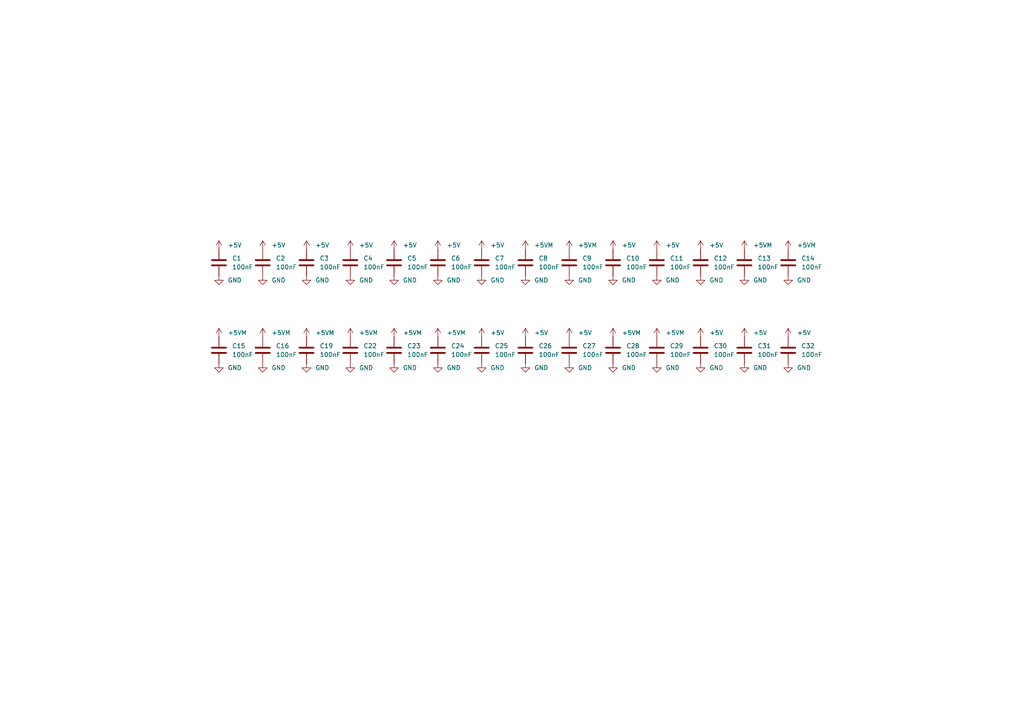
<source format=kicad_sch>
(kicad_sch (version 20250114) (generator "eeschema") (generator_version "9.0")
  (paper "A4")
  (title_block (title "TPU"))
  (lib_symbols
    (symbol "Georg:C_5.08mm" (pin_numbers (hide yes)) (pin_names (offset 0.254))
      (property "Reference" "C" (at 0.635 2.54 0))
      (symbol "C_5.08mm_0_1"
        (polyline (pts (xy -2.032 0.762) (xy 2.032 0.762)) (stroke (width 0.508)))
        (polyline (pts (xy -2.032 -0.762) (xy 2.032 -0.762)) (stroke (width 0.508)))
      )
      (symbol "C_5.08mm_1_1"
        (pin passive line (at 0 3.81 270) (length 2.794) (name "~") (number "1"))
        (pin passive line (at 0 -3.81 90) (length 2.794) (name "~") (number "2"))
      )
    )
    (symbol "power:+5V" (power) (pin_numbers (hide yes)) (pin_names (offset 0) (hide yes))
      (property "Value" "+5V" (at 0 3.556 0))
      (symbol "+5V_0_1"
        (polyline (pts (xy -0.762 1.27) (xy 0 2.54)))
        (polyline (pts (xy 0 2.54) (xy 0.762 1.27)))
        (polyline (pts (xy 0 0) (xy 0 2.54)))
      )
      (symbol "+5V_1_1"
        (pin power_in line (at 0 0 90) (length 0) (name "~") (number "1"))
      )
    )
    (symbol "power:+5VA" (power) (pin_numbers (hide yes)) (pin_names (offset 0) (hide yes))
      (property "Value" "+5VA" (at 0 3.556 0))
      (symbol "+5VA_0_1"
        (polyline (pts (xy -0.762 1.27) (xy 0 2.54)))
        (polyline (pts (xy 0 2.54) (xy 0.762 1.27)))
        (polyline (pts (xy 0 0) (xy 0 2.54)))
      )
      (symbol "+5VA_1_1"
        (pin power_in line (at 0 0 90) (length 0) (name "~") (number "1"))
      )
    )
    (symbol "power:GND" (power) (pin_numbers (hide yes)) (pin_names (offset 0) (hide yes))
      (property "Value" "GND" (at 0 -3.81 0))
      (symbol "GND_0_1"
        (polyline (pts (xy 0 0) (xy 0 -1.27) (xy 1.27 -1.27) (xy 0 -2.54) (xy -1.27 -1.27) (xy 0 -1.27)))
      )
      (symbol "GND_1_1"
        (pin power_in line (at 0 0 270) (length 0) (name "~") (number "1"))
      )
    )
  )
  (wire (pts (xy -17.78 140.97) (xy -15.24 140.97)))
  (wire (pts (xy -17.78 146.05) (xy -15.24 146.05)))
  (wire (pts (xy -15.24 140.97) (xy -15.24 138.43)))
  (global_label "+5V" (shape input) (at -17.78 140.97 180) (property "Intersheetrefs" "${INTERSHEET_REFS}" (effects (hide yes))))
  (global_label "DM" (shape input) (at -17.78 146.05 180) (property "Intersheetrefs" "${INTERSHEET_REFS}" (effects (hide yes))))
  (symbol (lib_id "power:+5V") (at -15.24 138.43 0) (unit 1)
    (property "Reference" "#PWR0178" (effects (hide yes)))
    (property "Value" "+5V" (at -12.7 137.1599 0) (effects (justify left)))
    (property "Description" "Power symbol creates a global label with name \"+5V\"" (effects (hide yes)))
  )
  (symbol (lib_id "power:+5VA") (at 88.9 97.79 0) (unit 1)
    (property "Reference" "#PWR055" (effects (hide yes)))
    (property "Value" "+5VM" (at 91.44 96.5199 0) (effects (justify left)))
    (property "Description" "Power symbol creates a global label with name \"+5VA\"" (effects (hide yes)))
  )
  (symbol (lib_id "power:GND") (at 228.6 105.41 0) (unit 1)
    (property "Reference" "#PWR0123" (effects (hide yes)))
    (property "Value" "GND" (at 231.14 106.6799 0) (effects (justify left)))
    (property "Description" "Power symbol creates a global label with name \"GND\" , ground" (effects (hide yes)))
  )
  (symbol (lib_id "Georg:C_5.08mm") (at 165.1 76.2 0) (unit 1)
    (property "Reference" "C9" (at 168.91 74.9299 0) (effects (justify left)))
    (property "Value" "100nF" (at 168.91 77.4699 0) (effects (justify left)))
    (property "Footprint" "Georg:C_5.08mm" (effects (hide yes)))
    (property "Description" "Unpolarized capacitor, small symbol" (effects (hide yes)))
  )
  (symbol (lib_id "power:GND") (at 165.1 80.01 0) (unit 1)
    (property "Reference" "#PWR035" (effects (hide yes)))
    (property "Value" "GND" (at 167.64 81.2799 0) (effects (justify left)))
    (property "Description" "Power symbol creates a global label with name \"GND\" , ground" (effects (hide yes)))
  )
  (symbol (lib_id "power:+5VA") (at 63.5 97.79 0) (unit 1)
    (property "Reference" "#PWR051" (effects (hide yes)))
    (property "Value" "+5VM" (at 66.04 96.5199 0) (effects (justify left)))
    (property "Description" "Power symbol creates a global label with name \"+5VA\"" (effects (hide yes)))
  )
  (symbol (lib_id "Georg:C_5.08mm") (at 88.9 76.2 0) (unit 1)
    (property "Reference" "C3" (at 92.71 74.9299 0) (effects (justify left)))
    (property "Value" "100nF" (at 92.71 77.4699 0) (effects (justify left)))
    (property "Footprint" "Georg:C_5.08mm" (effects (hide yes)))
    (property "Description" "Unpolarized capacitor, small symbol" (effects (hide yes)))
  )
  (symbol (lib_id "Georg:C_5.08mm") (at 63.5 76.2 0) (unit 1)
    (property "Reference" "C1" (at 67.31 74.9299 0) (effects (justify left)))
    (property "Value" "100nF" (at 67.31 77.4699 0) (effects (justify left)))
    (property "Footprint" "Georg:C_5.08mm" (effects (hide yes)))
    (property "Description" "Unpolarized capacitor, small symbol" (effects (hide yes)))
  )
  (symbol (lib_id "Georg:C_5.08mm") (at 127 76.2 0) (unit 1)
    (property "Reference" "C6" (at 130.81 74.9299 0) (effects (justify left)))
    (property "Value" "100nF" (at 130.81 77.4699 0) (effects (justify left)))
    (property "Footprint" "Georg:C_5.08mm" (effects (hide yes)))
    (property "Description" "Unpolarized capacitor, small symbol" (effects (hide yes)))
  )
  (symbol (lib_id "Georg:C_5.08mm") (at 203.2 76.2 0) (unit 1)
    (property "Reference" "C12" (at 207.01 74.9299 0) (effects (justify left)))
    (property "Value" "100nF" (at 207.01 77.4699 0) (effects (justify left)))
    (property "Footprint" "Georg:C_5.08mm" (effects (hide yes)))
    (property "Description" "Unpolarized capacitor, small symbol" (effects (hide yes)))
  )
  (symbol (lib_id "power:GND") (at 88.9 80.01 0) (unit 1)
    (property "Reference" "#PWR024" (effects (hide yes)))
    (property "Value" "GND" (at 91.44 81.2799 0) (effects (justify left)))
    (property "Description" "Power symbol creates a global label with name \"GND\" , ground" (effects (hide yes)))
  )
  (symbol (lib_id "power:GND") (at 76.2 80.01 0) (unit 1)
    (property "Reference" "#PWR023" (effects (hide yes)))
    (property "Value" "GND" (at 78.74 81.2799 0) (effects (justify left)))
    (property "Description" "Power symbol creates a global label with name \"GND\" , ground" (effects (hide yes)))
  )
  (symbol (lib_id "power:GND") (at 63.5 80.01 0) (unit 1)
    (property "Reference" "#PWR021" (effects (hide yes)))
    (property "Value" "GND" (at 66.04 81.2799 0) (effects (justify left)))
    (property "Description" "Power symbol creates a global label with name \"GND\" , ground" (effects (hide yes)))
  )
  (symbol (lib_id "power:+5VA") (at 165.1 72.39 0) (unit 1)
    (property "Reference" "#PWR014" (effects (hide yes)))
    (property "Value" "+5VM" (at 167.64 71.1199 0) (effects (justify left)))
    (property "Description" "Power symbol creates a global label with name \"+5VA\"" (effects (hide yes)))
  )
  (symbol (lib_id "power:+5V") (at 203.2 72.39 0) (unit 1)
    (property "Reference" "#PWR017" (effects (hide yes)))
    (property "Value" "+5V" (at 205.74 71.1199 0) (effects (justify left)))
    (property "Description" "Power symbol creates a global label with name \"+5V\"" (effects (hide yes)))
  )
  (symbol (lib_id "Georg:C_5.08mm") (at 190.5 101.6 0) (unit 1)
    (property "Reference" "C29" (at 194.31 100.3299 0) (effects (justify left)))
    (property "Value" "100nF" (at 194.31 102.8699 0) (effects (justify left)))
    (property "Footprint" "Georg:C_5.08mm" (effects (hide yes)))
    (property "Description" "Unpolarized capacitor, small symbol" (effects (hide yes)))
  )
  (symbol (lib_id "Georg:C_5.08mm") (at 215.9 76.2 0) (unit 1)
    (property "Reference" "C13" (at 219.71 74.9299 0) (effects (justify left)))
    (property "Value" "100nF" (at 219.71 77.4699 0) (effects (justify left)))
    (property "Footprint" "Georg:C_5.08mm" (effects (hide yes)))
    (property "Description" "Unpolarized capacitor, small symbol" (effects (hide yes)))
  )
  (symbol (lib_id "power:+5V") (at 63.5 72.39 0) (unit 1)
    (property "Reference" "#PWR01" (effects (hide yes)))
    (property "Value" "+5V" (at 66.04 71.1199 0) (effects (justify left)))
    (property "Description" "Power symbol creates a global label with name \"+5V\"" (effects (hide yes)))
  )
  (symbol (lib_id "power:+5VA") (at 228.6 72.39 0) (unit 1)
    (property "Reference" "#PWR019" (effects (hide yes)))
    (property "Value" "+5VM" (at 231.14 71.1199 0) (effects (justify left)))
    (property "Description" "Power symbol creates a global label with name \"+5VA\"" (effects (hide yes)))
  )
  (symbol (lib_id "power:+5V") (at 215.9 97.79 0) (unit 1)
    (property "Reference" "#PWR0100" (effects (hide yes)))
    (property "Value" "+5V" (at 218.44 96.5199 0) (effects (justify left)))
    (property "Description" "Power symbol creates a global label with name \"+5V\"" (effects (hide yes)))
  )
  (symbol (lib_id "Georg:C_5.08mm") (at 152.4 76.2 0) (unit 1)
    (property "Reference" "C8" (at 156.21 74.9299 0) (effects (justify left)))
    (property "Value" "100nF" (at 156.21 77.4699 0) (effects (justify left)))
    (property "Footprint" "Georg:C_5.08mm" (effects (hide yes)))
    (property "Description" "Unpolarized capacitor, small symbol" (effects (hide yes)))
  )
  (symbol (lib_id "Georg:C_5.08mm") (at 215.9 101.6 0) (unit 1)
    (property "Reference" "C31" (at 219.71 100.3299 0) (effects (justify left)))
    (property "Value" "100nF" (at 219.71 102.8699 0) (effects (justify left)))
    (property "Footprint" "Georg:C_5.08mm" (effects (hide yes)))
    (property "Description" "Unpolarized capacitor, small symbol" (effects (hide yes)))
  )
  (symbol (lib_id "power:GND") (at 139.7 80.01 0) (unit 1)
    (property "Reference" "#PWR030" (effects (hide yes)))
    (property "Value" "GND" (at 142.24 81.2799 0) (effects (justify left)))
    (property "Description" "Power symbol creates a global label with name \"GND\" , ground" (effects (hide yes)))
  )
  (symbol (lib_id "Georg:C_5.08mm") (at 114.3 101.6 0) (unit 1)
    (property "Reference" "C23" (at 118.11 100.3299 0) (effects (justify left)))
    (property "Value" "100nF" (at 118.11 102.8699 0) (effects (justify left)))
    (property "Footprint" "Georg:C_5.08mm" (effects (hide yes)))
    (property "Description" "Unpolarized capacitor, small symbol" (effects (hide yes)))
  )
  (symbol (lib_id "power:GND") (at 215.9 105.41 0) (unit 1)
    (property "Reference" "#PWR0121" (effects (hide yes)))
    (property "Value" "GND" (at 218.44 106.6799 0) (effects (justify left)))
    (property "Description" "Power symbol creates a global label with name \"GND\" , ground" (effects (hide yes)))
  )
  (symbol (lib_id "power:GND") (at 76.2 105.41 0) (unit 1)
    (property "Reference" "#PWR0110" (effects (hide yes)))
    (property "Value" "GND" (at 78.74 106.6799 0) (effects (justify left)))
    (property "Description" "Power symbol creates a global label with name \"GND\" , ground" (effects (hide yes)))
  )
  (symbol (lib_id "power:+5V") (at 139.7 97.79 0) (unit 1)
    (property "Reference" "#PWR073" (effects (hide yes)))
    (property "Value" "+5V" (at 142.24 96.5199 0) (effects (justify left)))
    (property "Description" "Power symbol creates a global label with name \"+5V\"" (effects (hide yes)))
  )
  (symbol (lib_id "Georg:C_5.08mm") (at 127 101.6 0) (unit 1)
    (property "Reference" "C24" (at 130.81 100.3299 0) (effects (justify left)))
    (property "Value" "100nF" (at 130.81 102.8699 0) (effects (justify left)))
    (property "Footprint" "Georg:C_5.08mm" (effects (hide yes)))
    (property "Description" "Unpolarized capacitor, small symbol" (effects (hide yes)))
  )
  (symbol (lib_id "power:GND") (at 152.4 80.01 0) (unit 1)
    (property "Reference" "#PWR034" (effects (hide yes)))
    (property "Value" "GND" (at 154.94 81.2799 0) (effects (justify left)))
    (property "Description" "Power symbol creates a global label with name \"GND\" , ground" (effects (hide yes)))
  )
  (symbol (lib_id "power:+5VA") (at 177.8 97.79 0) (unit 1)
    (property "Reference" "#PWR097" (effects (hide yes)))
    (property "Value" "+5VM" (at 180.34 96.5199 0) (effects (justify left)))
    (property "Description" "Power symbol creates a global label with name \"+5VA\"" (effects (hide yes)))
  )
  (symbol (lib_id "power:+5VA") (at 215.9 72.39 0) (unit 1)
    (property "Reference" "#PWR018" (effects (hide yes)))
    (property "Value" "+5VM" (at 218.44 71.1199 0) (effects (justify left)))
    (property "Description" "Power symbol creates a global label with name \"+5VA\"" (effects (hide yes)))
  )
  (symbol (lib_id "power:GND") (at 190.5 105.41 0) (unit 1)
    (property "Reference" "#PWR0119" (effects (hide yes)))
    (property "Value" "GND" (at 193.04 106.6799 0) (effects (justify left)))
    (property "Description" "Power symbol creates a global label with name \"GND\" , ground" (effects (hide yes)))
  )
  (symbol (lib_id "Georg:C_5.08mm") (at 114.3 76.2 0) (unit 1)
    (property "Reference" "C5" (at 118.11 74.9299 0) (effects (justify left)))
    (property "Value" "100nF" (at 118.11 77.4699 0) (effects (justify left)))
    (property "Footprint" "Georg:C_5.08mm" (effects (hide yes)))
    (property "Description" "Unpolarized capacitor, small symbol" (effects (hide yes)))
  )
  (symbol (lib_id "Georg:C_5.08mm") (at 165.1 101.6 0) (unit 1)
    (property "Reference" "C27" (at 168.91 100.3299 0) (effects (justify left)))
    (property "Value" "100nF" (at 168.91 102.8699 0) (effects (justify left)))
    (property "Footprint" "Georg:C_5.08mm" (effects (hide yes)))
    (property "Description" "Unpolarized capacitor, small symbol" (effects (hide yes)))
  )
  (symbol (lib_id "Georg:C_5.08mm") (at 63.5 101.6 0) (unit 1)
    (property "Reference" "C15" (at 67.31 100.3299 0) (effects (justify left)))
    (property "Value" "100nF" (at 67.31 102.8699 0) (effects (justify left)))
    (property "Footprint" "Georg:C_5.08mm" (effects (hide yes)))
    (property "Description" "Unpolarized capacitor, small symbol" (effects (hide yes)))
  )
  (symbol (lib_id "power:GND") (at 177.8 80.01 0) (unit 1)
    (property "Reference" "#PWR036" (effects (hide yes)))
    (property "Value" "GND" (at 180.34 81.2799 0) (effects (justify left)))
    (property "Description" "Power symbol creates a global label with name \"GND\" , ground" (effects (hide yes)))
  )
  (symbol (lib_id "power:GND") (at 215.9 80.01 0) (unit 1)
    (property "Reference" "#PWR043" (effects (hide yes)))
    (property "Value" "GND" (at 218.44 81.2799 0) (effects (justify left)))
    (property "Description" "Power symbol creates a global label with name \"GND\" , ground" (effects (hide yes)))
  )
  (symbol (lib_id "Georg:C_5.08mm") (at 177.8 76.2 0) (unit 1)
    (property "Reference" "C10" (at 181.61 74.9299 0) (effects (justify left)))
    (property "Value" "100nF" (at 181.61 77.4699 0) (effects (justify left)))
    (property "Footprint" "Georg:C_5.08mm" (effects (hide yes)))
    (property "Description" "Unpolarized capacitor, small symbol" (effects (hide yes)))
  )
  (symbol (lib_id "power:+5V") (at 127 72.39 0) (unit 1)
    (property "Reference" "#PWR09" (effects (hide yes)))
    (property "Value" "+5V" (at 129.54 71.1199 0) (effects (justify left)))
    (property "Description" "Power symbol creates a global label with name \"+5V\"" (effects (hide yes)))
  )
  (symbol (lib_id "power:GND") (at 88.9 105.41 0) (unit 1)
    (property "Reference" "#PWR0111" (effects (hide yes)))
    (property "Value" "GND" (at 91.44 106.6799 0) (effects (justify left)))
    (property "Description" "Power symbol creates a global label with name \"GND\" , ground" (effects (hide yes)))
  )
  (symbol (lib_id "power:+5V") (at 190.5 72.39 0) (unit 1)
    (property "Reference" "#PWR016" (effects (hide yes)))
    (property "Value" "+5V" (at 193.04 71.1199 0) (effects (justify left)))
    (property "Description" "Power symbol creates a global label with name \"+5V\"" (effects (hide yes)))
  )
  (symbol (lib_id "Georg:C_5.08mm") (at 101.6 76.2 0) (unit 1)
    (property "Reference" "C4" (at 105.41 74.9299 0) (effects (justify left)))
    (property "Value" "100nF" (at 105.41 77.4699 0) (effects (justify left)))
    (property "Footprint" "Georg:C_5.08mm" (effects (hide yes)))
    (property "Description" "Unpolarized capacitor, small symbol" (effects (hide yes)))
  )
  (symbol (lib_id "power:+5VA") (at 190.5 97.79 0) (unit 1)
    (property "Reference" "#PWR098" (effects (hide yes)))
    (property "Value" "+5VM" (at 193.04 96.5199 0) (effects (justify left)))
    (property "Description" "Power symbol creates a global label with name \"+5VA\"" (effects (hide yes)))
  )
  (symbol (lib_id "Georg:C_5.08mm") (at 228.6 101.6 0) (unit 1)
    (property "Reference" "C32" (at 232.41 100.3299 0) (effects (justify left)))
    (property "Value" "100nF" (at 232.41 102.8699 0) (effects (justify left)))
    (property "Footprint" "Georg:C_5.08mm" (effects (hide yes)))
    (property "Description" "Unpolarized capacitor, small symbol" (effects (hide yes)))
  )
  (symbol (lib_id "Georg:C_5.08mm") (at 139.7 76.2 0) (unit 1)
    (property "Reference" "C7" (at 143.51 74.9299 0) (effects (justify left)))
    (property "Value" "100nF" (at 143.51 77.4699 0) (effects (justify left)))
    (property "Footprint" "Georg:C_5.08mm" (effects (hide yes)))
    (property "Description" "Unpolarized capacitor, small symbol" (effects (hide yes)))
  )
  (symbol (lib_id "power:+5V") (at 152.4 97.79 0) (unit 1)
    (property "Reference" "#PWR095" (effects (hide yes)))
    (property "Value" "+5V" (at 154.94 96.5199 0) (effects (justify left)))
    (property "Description" "Power symbol creates a global label with name \"+5V\"" (effects (hide yes)))
  )
  (symbol (lib_id "power:+5VA") (at 152.4 72.39 0) (unit 1)
    (property "Reference" "#PWR012" (effects (hide yes)))
    (property "Value" "+5VM" (at 154.94 71.1199 0) (effects (justify left)))
    (property "Description" "Power symbol creates a global label with name \"+5VA\"" (effects (hide yes)))
  )
  (symbol (lib_id "power:GND") (at 127 80.01 0) (unit 1)
    (property "Reference" "#PWR029" (effects (hide yes)))
    (property "Value" "GND" (at 129.54 81.2799 0) (effects (justify left)))
    (property "Description" "Power symbol creates a global label with name \"GND\" , ground" (effects (hide yes)))
  )
  (symbol (lib_id "power:GND") (at 127 105.41 0) (unit 1)
    (property "Reference" "#PWR0114" (effects (hide yes)))
    (property "Value" "GND" (at 129.54 106.6799 0) (effects (justify left)))
    (property "Description" "Power symbol creates a global label with name \"GND\" , ground" (effects (hide yes)))
  )
  (symbol (lib_id "power:+5V") (at 203.2 97.79 0) (unit 1)
    (property "Reference" "#PWR099" (effects (hide yes)))
    (property "Value" "+5V" (at 205.74 96.5199 0) (effects (justify left)))
    (property "Description" "Power symbol creates a global label with name \"+5V\"" (effects (hide yes)))
  )
  (symbol (lib_id "power:+5V") (at 228.6 97.79 0) (unit 1)
    (property "Reference" "#PWR0122" (effects (hide yes)))
    (property "Value" "+5V" (at 231.14 96.5199 0) (effects (justify left)))
    (property "Description" "Power symbol creates a global label with name \"+5V\"" (effects (hide yes)))
  )
  (symbol (lib_id "power:GND") (at 152.4 105.41 0) (unit 1)
    (property "Reference" "#PWR0116" (effects (hide yes)))
    (property "Value" "GND" (at 154.94 106.6799 0) (effects (justify left)))
    (property "Description" "Power symbol creates a global label with name \"GND\" , ground" (effects (hide yes)))
  )
  (symbol (lib_id "power:+5V") (at 177.8 72.39 0) (unit 1)
    (property "Reference" "#PWR015" (effects (hide yes)))
    (property "Value" "+5V" (at 180.34 71.1199 0) (effects (justify left)))
    (property "Description" "Power symbol creates a global label with name \"+5V\"" (effects (hide yes)))
  )
  (symbol (lib_id "Georg:C_5.08mm") (at 203.2 101.6 0) (unit 1)
    (property "Reference" "C30" (at 207.01 100.3299 0) (effects (justify left)))
    (property "Value" "100nF" (at 207.01 102.8699 0) (effects (justify left)))
    (property "Footprint" "Georg:C_5.08mm" (effects (hide yes)))
    (property "Description" "Unpolarized capacitor, small symbol" (effects (hide yes)))
  )
  (symbol (lib_id "power:GND") (at 101.6 80.01 0) (unit 1)
    (property "Reference" "#PWR025" (effects (hide yes)))
    (property "Value" "GND" (at 104.14 81.2799 0) (effects (justify left)))
    (property "Description" "Power symbol creates a global label with name \"GND\" , ground" (effects (hide yes)))
  )
  (symbol (lib_id "power:GND") (at 203.2 105.41 0) (unit 1)
    (property "Reference" "#PWR0120" (effects (hide yes)))
    (property "Value" "GND" (at 205.74 106.6799 0) (effects (justify left)))
    (property "Description" "Power symbol creates a global label with name \"GND\" , ground" (effects (hide yes)))
  )
  (symbol (lib_id "power:+5VA") (at 114.3 97.79 0) (unit 1)
    (property "Reference" "#PWR057" (effects (hide yes)))
    (property "Value" "+5VM" (at 116.84 96.5199 0) (effects (justify left)))
    (property "Description" "Power symbol creates a global label with name \"+5VA\"" (effects (hide yes)))
  )
  (symbol (lib_id "Georg:C_5.08mm") (at 190.5 76.2 0) (unit 1)
    (property "Reference" "C11" (at 194.31 74.9299 0) (effects (justify left)))
    (property "Value" "100nF" (at 194.31 77.4699 0) (effects (justify left)))
    (property "Footprint" "Georg:C_5.08mm" (effects (hide yes)))
    (property "Description" "Unpolarized capacitor, small symbol" (effects (hide yes)))
  )
  (symbol (lib_id "Georg:C_5.08mm") (at 101.6 101.6 0) (unit 1)
    (property "Reference" "C22" (at 105.41 100.3299 0) (effects (justify left)))
    (property "Value" "100nF" (at 105.41 102.8699 0) (effects (justify left)))
    (property "Footprint" "Georg:C_5.08mm" (effects (hide yes)))
    (property "Description" "Unpolarized capacitor, small symbol" (effects (hide yes)))
  )
  (symbol (lib_id "power:+5VA") (at 101.6 97.79 0) (unit 1)
    (property "Reference" "#PWR056" (effects (hide yes)))
    (property "Value" "+5VM" (at 104.14 96.5199 0) (effects (justify left)))
    (property "Description" "Power symbol creates a global label with name \"+5VA\"" (effects (hide yes)))
  )
  (symbol (lib_id "power:GND") (at 203.2 80.01 0) (unit 1)
    (property "Reference" "#PWR038" (effects (hide yes)))
    (property "Value" "GND" (at 205.74 81.2799 0) (effects (justify left)))
    (property "Description" "Power symbol creates a global label with name \"GND\" , ground" (effects (hide yes)))
  )
  (symbol (lib_id "power:+5V") (at 165.1 97.79 0) (unit 1)
    (property "Reference" "#PWR096" (effects (hide yes)))
    (property "Value" "+5V" (at 167.64 96.5199 0) (effects (justify left)))
    (property "Description" "Power symbol creates a global label with name \"+5V\"" (effects (hide yes)))
  )
  (symbol (lib_id "Georg:C_5.08mm") (at 139.7 101.6 0) (unit 1)
    (property "Reference" "C25" (at 143.51 100.3299 0) (effects (justify left)))
    (property "Value" "100nF" (at 143.51 102.8699 0) (effects (justify left)))
    (property "Footprint" "Georg:C_5.08mm" (effects (hide yes)))
    (property "Description" "Unpolarized capacitor, small symbol" (effects (hide yes)))
  )
  (symbol (lib_id "power:GND") (at 190.5 80.01 0) (unit 1)
    (property "Reference" "#PWR037" (effects (hide yes)))
    (property "Value" "GND" (at 193.04 81.2799 0) (effects (justify left)))
    (property "Description" "Power symbol creates a global label with name \"GND\" , ground" (effects (hide yes)))
  )
  (symbol (lib_id "Georg:C_5.08mm") (at 152.4 101.6 0) (unit 1)
    (property "Reference" "C26" (at 156.21 100.3299 0) (effects (justify left)))
    (property "Value" "100nF" (at 156.21 102.8699 0) (effects (justify left)))
    (property "Footprint" "Georg:C_5.08mm" (effects (hide yes)))
    (property "Description" "Unpolarized capacitor, small symbol" (effects (hide yes)))
  )
  (symbol (lib_id "Georg:C_5.08mm") (at 228.6 76.2 0) (unit 1)
    (property "Reference" "C14" (at 232.41 74.9299 0) (effects (justify left)))
    (property "Value" "100nF" (at 232.41 77.4699 0) (effects (justify left)))
    (property "Footprint" "Georg:C_5.08mm" (effects (hide yes)))
    (property "Description" "Unpolarized capacitor, small symbol" (effects (hide yes)))
  )
  (symbol (lib_id "power:+5VA") (at 127 97.79 0) (unit 1)
    (property "Reference" "#PWR058" (effects (hide yes)))
    (property "Value" "+5VM" (at 129.54 96.5199 0) (effects (justify left)))
    (property "Description" "Power symbol creates a global label with name \"+5VA\"" (effects (hide yes)))
  )
  (symbol (lib_id "power:GND") (at 101.6 105.41 0) (unit 1)
    (property "Reference" "#PWR0112" (effects (hide yes)))
    (property "Value" "GND" (at 104.14 106.6799 0) (effects (justify left)))
    (property "Description" "Power symbol creates a global label with name \"GND\" , ground" (effects (hide yes)))
  )
  (symbol (lib_id "power:GND") (at 63.5 105.41 0) (unit 1)
    (property "Reference" "#PWR0109" (effects (hide yes)))
    (property "Value" "GND" (at 66.04 106.6799 0) (effects (justify left)))
    (property "Description" "Power symbol creates a global label with name \"GND\" , ground" (effects (hide yes)))
  )
  (symbol (lib_id "power:GND") (at 177.8 105.41 0) (unit 1)
    (property "Reference" "#PWR0118" (effects (hide yes)))
    (property "Value" "GND" (at 180.34 106.6799 0) (effects (justify left)))
    (property "Description" "Power symbol creates a global label with name \"GND\" , ground" (effects (hide yes)))
  )
  (symbol (lib_id "power:GND") (at 165.1 105.41 0) (unit 1)
    (property "Reference" "#PWR0117" (effects (hide yes)))
    (property "Value" "GND" (at 167.64 106.6799 0) (effects (justify left)))
    (property "Description" "Power symbol creates a global label with name \"GND\" , ground" (effects (hide yes)))
  )
  (symbol (lib_id "power:GND") (at -15.24 146.05 0) (unit 1)
    (property "Reference" "#PWR0189" (effects (hide yes)))
    (property "Value" "GND" (at -12.7 147.3199 0) (effects (justify left)))
    (property "Description" "Power symbol creates a global label with name \"GND\" , ground" (effects (hide yes)))
  )
  (symbol (lib_id "power:+5V") (at 101.6 72.39 0) (unit 1)
    (property "Reference" "#PWR06" (effects (hide yes)))
    (property "Value" "+5V" (at 104.14 71.1199 0) (effects (justify left)))
    (property "Description" "Power symbol creates a global label with name \"+5V\"" (effects (hide yes)))
  )
  (symbol (lib_id "power:+5V") (at 88.9 72.39 0) (unit 1)
    (property "Reference" "#PWR05" (effects (hide yes)))
    (property "Value" "+5V" (at 91.44 71.1199 0) (effects (justify left)))
    (property "Description" "Power symbol creates a global label with name \"+5V\"" (effects (hide yes)))
  )
  (symbol (lib_id "power:GND") (at 114.3 105.41 0) (unit 1)
    (property "Reference" "#PWR0113" (effects (hide yes)))
    (property "Value" "GND" (at 116.84 106.6799 0) (effects (justify left)))
    (property "Description" "Power symbol creates a global label with name \"GND\" , ground" (effects (hide yes)))
  )
  (symbol (lib_id "power:+5V") (at 139.7 72.39 0) (unit 1)
    (property "Reference" "#PWR010" (effects (hide yes)))
    (property "Value" "+5V" (at 142.24 71.1199 0) (effects (justify left)))
    (property "Description" "Power symbol creates a global label with name \"+5V\"" (effects (hide yes)))
  )
  (symbol (lib_id "power:+5VA") (at 76.2 97.79 0) (unit 1)
    (property "Reference" "#PWR052" (effects (hide yes)))
    (property "Value" "+5VM" (at 78.74 96.5199 0) (effects (justify left)))
    (property "Description" "Power symbol creates a global label with name \"+5VA\"" (effects (hide yes)))
  )
  (symbol (lib_id "power:GND") (at 114.3 80.01 0) (unit 1)
    (property "Reference" "#PWR028" (effects (hide yes)))
    (property "Value" "GND" (at 116.84 81.2799 0) (effects (justify left)))
    (property "Description" "Power symbol creates a global label with name \"GND\" , ground" (effects (hide yes)))
  )
  (symbol (lib_id "power:GND") (at 139.7 105.41 0) (unit 1)
    (property "Reference" "#PWR0115" (effects (hide yes)))
    (property "Value" "GND" (at 142.24 106.6799 0) (effects (justify left)))
    (property "Description" "Power symbol creates a global label with name \"GND\" , ground" (effects (hide yes)))
  )
  (symbol (lib_id "power:+5V") (at 114.3 72.39 0) (unit 1)
    (property "Reference" "#PWR07" (effects (hide yes)))
    (property "Value" "+5V" (at 116.84 71.1199 0) (effects (justify left)))
    (property "Description" "Power symbol creates a global label with name \"+5V\"" (effects (hide yes)))
  )
  (symbol (lib_id "Georg:C_5.08mm") (at 88.9 101.6 0) (unit 1)
    (property "Reference" "C19" (at 92.71 100.3299 0) (effects (justify left)))
    (property "Value" "100nF" (at 92.71 102.8699 0) (effects (justify left)))
    (property "Footprint" "Georg:C_5.08mm" (effects (hide yes)))
    (property "Description" "Unpolarized capacitor, small symbol" (effects (hide yes)))
  )
  (symbol (lib_id "Georg:C_5.08mm") (at 177.8 101.6 0) (unit 1)
    (property "Reference" "C28" (at 181.61 100.3299 0) (effects (justify left)))
    (property "Value" "100nF" (at 181.61 102.8699 0) (effects (justify left)))
    (property "Footprint" "Georg:C_5.08mm" (effects (hide yes)))
    (property "Description" "Unpolarized capacitor, small symbol" (effects (hide yes)))
  )
  (symbol (lib_id "power:+5V") (at 76.2 72.39 0) (unit 1)
    (property "Reference" "#PWR03" (effects (hide yes)))
    (property "Value" "+5V" (at 78.74 71.1199 0) (effects (justify left)))
    (property "Description" "Power symbol creates a global label with name \"+5V\"" (effects (hide yes)))
  )
  (symbol (lib_id "Georg:C_5.08mm") (at 76.2 76.2 0) (unit 1)
    (property "Reference" "C2" (at 80.01 74.9299 0) (effects (justify left)))
    (property "Value" "100nF" (at 80.01 77.4699 0) (effects (justify left)))
    (property "Footprint" "Georg:C_5.08mm" (effects (hide yes)))
    (property "Description" "Unpolarized capacitor, small symbol" (effects (hide yes)))
  )
  (symbol (lib_id "Georg:C_5.08mm") (at 76.2 101.6 0) (unit 1)
    (property "Reference" "C16" (at 80.01 100.3299 0) (effects (justify left)))
    (property "Value" "100nF" (at 80.01 102.8699 0) (effects (justify left)))
    (property "Footprint" "Georg:C_5.08mm" (effects (hide yes)))
    (property "Description" "Unpolarized capacitor, small symbol" (effects (hide yes)))
  )
  (symbol (lib_id "power:GND") (at 228.6 80.01 0) (unit 1)
    (property "Reference" "#PWR046" (effects (hide yes)))
    (property "Value" "GND" (at 231.14 81.2799 0) (effects (justify left)))
    (property "Description" "Power symbol creates a global label with name \"GND\" , ground" (effects (hide yes)))
  )
)
</source>
